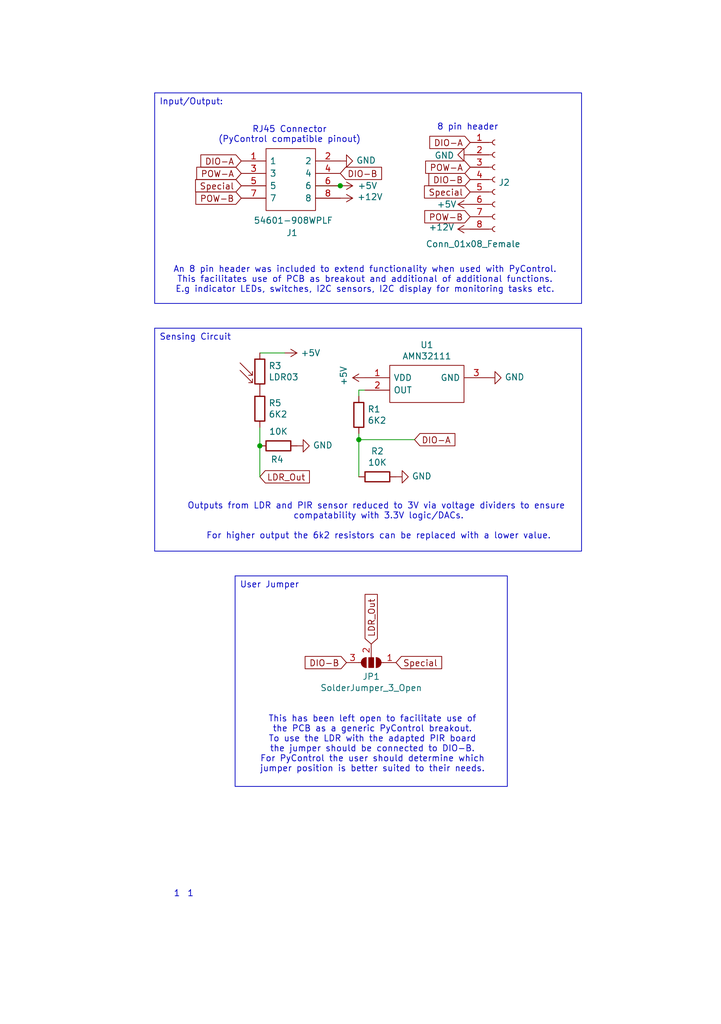
<source format=kicad_sch>
(kicad_sch (version 20231120) (generator "eeschema") (generator_version "8.0")
  (paper "A5" portrait)
  (title_block (title "PIR Sensor Board / PyControl Interface Board") (date "2024-06-29") (rev "1.0") (company "University of Bristol") (comment 1 "Adapted by: Daniel Titheradge") (comment 2 "Wellcome Open Res. 2016 Nov 15;1:2. doi: 10.12688/wellcomeopenres.9892.2.") (comment 3 "COMPASS: Continuous Open Mouse Phenotyping of Activity and Sleep Status. ") (comment 4 "Adapted from Brown LA, Hasan S, Foster RG, Peirson SN. "))
  (lib_symbols
    (symbol "Device:R" (pin_numbers hide) (pin_names (offset 0))
      (property "Reference" "R" (at 2.032 0 90))
      (property "Value" "R" (at 0 0 90))
      (symbol "R_0_1"
        (rectangle (start -1.016 -2.54) (end 1.016 2.54) (stroke (width 0.254)))
      )
      (symbol "R_1_1"
        (pin passive line (at 0 3.81 270) (length 1.27) (name "~") (number "1"))
        (pin passive line (at 0 -3.81 90) (length 1.27) (name "~") (number "2"))
      )
    )
    (symbol "PIR_Board-rescue:+12V-power" (power) (pin_names (offset 0))
      (property "Value" "power_+12V" (at 0 3.556 0))
      (symbol "+12V-power_0_1"
        (polyline (pts (xy -0.762 1.27) (xy 0 2.54)))
        (polyline (pts (xy 0 0) (xy 0 2.54)))
        (polyline (pts (xy 0 2.54) (xy 0.762 1.27)))
      )
      (symbol "+12V-power_1_1"
        (pin power_in line (at 0 0 90) (length 0) hide (name "+12V") (number "1"))
      )
    )
    (symbol "PIR_Board-rescue:+5V-power" (power) (pin_names (offset 0))
      (property "Value" "power_+5V" (at 0 3.556 0))
      (symbol "+5V-power_0_1"
        (polyline (pts (xy -0.762 1.27) (xy 0 2.54)))
        (polyline (pts (xy 0 0) (xy 0 2.54)))
        (polyline (pts (xy 0 2.54) (xy 0.762 1.27)))
      )
      (symbol "+5V-power_1_1"
        (pin power_in line (at 0 0 90) (length 0) hide (name "+5V") (number "1"))
      )
    )
    (symbol "PIR_Board-rescue:54601-908WPLF-SamacSys_Parts" (pin_names (offset 0.762))
      (property "Reference" "J" (at 16.51 7.62 0))
      (property "Value" "SamacSys_Parts_54601-908WPLF" (at 16.51 5.08 0))
      (symbol "54601-908WPLF-SamacSys_Parts_0_0"
        (pin passive line (at 0 0 0) (length 5.08) (name "1") (number "1"))
        (pin passive line (at 20.32 0 180) (length 5.08) (name "2") (number "2"))
        (pin passive line (at 0 -2.54 0) (length 5.08) (name "3") (number "3"))
        (pin passive line (at 20.32 -2.54 180) (length 5.08) (name "4") (number "4"))
        (pin passive line (at 0 -5.08 0) (length 5.08) (name "5") (number "5"))
        (pin passive line (at 20.32 -5.08 180) (length 5.08) (name "6") (number "6"))
        (pin passive line (at 0 -7.62 0) (length 5.08) (name "7") (number "7"))
        (pin passive line (at 20.32 -7.62 180) (length 5.08) (name "8") (number "8"))
      )
      (symbol "54601-908WPLF-SamacSys_Parts_0_1"
        (polyline (pts (xy 5.08 2.54) (xy 15.24 2.54) (xy 15.24 -10.16) (xy 5.08 -10.16) (xy 5.08 2.54)) (stroke (width 0.1524)))
      )
    )
    (symbol "PIR_Board-rescue:AMN32111-SamacSys_Parts" (pin_names (offset 0.762))
      (property "Reference" "U" (at 21.59 7.62 0))
      (property "Value" "SamacSys_Parts_AMN32111" (at 21.59 5.08 0))
      (symbol "AMN32111-SamacSys_Parts_0_0"
        (pin passive line (at 0 0 0) (length 5.08) (name "VDD") (number "1"))
        (pin passive line (at 0 -2.54 0) (length 5.08) (name "OUT") (number "2"))
        (pin passive line (at 25.4 0 180) (length 5.08) (name "GND") (number "3"))
      )
      (symbol "AMN32111-SamacSys_Parts_0_1"
        (polyline (pts (xy 5.08 2.54) (xy 20.32 2.54) (xy 20.32 -5.08) (xy 5.08 -5.08) (xy 5.08 2.54)) (stroke (width 0.1524)))
      )
    )
    (symbol "PIR_Board-rescue:Conn_01x08_Female-Connector" (pin_names (offset 1.016) hide)
      (property "Reference" "J" (at 0 10.16 0))
      (property "Value" "Connector_Conn_01x08_Female" (at 0 -12.7 0))
      (symbol "Conn_01x08_Female-Connector_1_1"
        (arc (start 0 -9.652) (mid -0.508 -10.16) (end 0 -10.668) (stroke (width 0.1524)))
        (arc (start 0 -7.112) (mid -0.508 -7.62) (end 0 -8.128) (stroke (width 0.1524)))
        (arc (start 0 -4.572) (mid -0.508 -5.08) (end 0 -5.588) (stroke (width 0.1524)))
        (arc (start 0 -2.032) (mid -0.508 -2.54) (end 0 -3.048) (stroke (width 0.1524)))
        (polyline (pts (xy -1.27 -10.16) (xy -0.508 -10.16)) (stroke (width 0.1524)))
        (polyline (pts (xy -1.27 -7.62) (xy -0.508 -7.62)) (stroke (width 0.1524)))
        (polyline (pts (xy -1.27 -5.08) (xy -0.508 -5.08)) (stroke (width 0.1524)))
        (polyline (pts (xy -1.27 -2.54) (xy -0.508 -2.54)) (stroke (width 0.1524)))
        (polyline (pts (xy -1.27 0) (xy -0.508 0)) (stroke (width 0.1524)))
        (polyline (pts (xy -1.27 2.54) (xy -0.508 2.54)) (stroke (width 0.1524)))
        (polyline (pts (xy -1.27 5.08) (xy -0.508 5.08)) (stroke (width 0.1524)))
        (polyline (pts (xy -1.27 7.62) (xy -0.508 7.62)) (stroke (width 0.1524)))
        (arc (start 0 0.508) (mid -0.508 0) (end 0 -0.508) (stroke (width 0.1524)))
        (arc (start 0 3.048) (mid -0.508 2.54) (end 0 2.032) (stroke (width 0.1524)))
        (arc (start 0 5.588) (mid -0.508 5.08) (end 0 4.572) (stroke (width 0.1524)))
        (arc (start 0 8.128) (mid -0.508 7.62) (end 0 7.112) (stroke (width 0.1524)))
        (pin passive line (at -5.08 7.62 0) (length 3.81) (name "Pin_1") (number "1"))
        (pin passive line (at -5.08 5.08 0) (length 3.81) (name "Pin_2") (number "2"))
        (pin passive line (at -5.08 2.54 0) (length 3.81) (name "Pin_3") (number "3"))
        (pin passive line (at -5.08 0 0) (length 3.81) (name "Pin_4") (number "4"))
        (pin passive line (at -5.08 -2.54 0) (length 3.81) (name "Pin_5") (number "5"))
        (pin passive line (at -5.08 -5.08 0) (length 3.81) (name "Pin_6") (number "6"))
        (pin passive line (at -5.08 -7.62 0) (length 3.81) (name "Pin_7") (number "7"))
        (pin passive line (at -5.08 -10.16 0) (length 3.81) (name "Pin_8") (number "8"))
      )
    )
    (symbol "PIR_Board-rescue:GND-power" (power) (pin_names (offset 0))
      (property "Value" "power_GND" (at 0 -3.81 0))
      (symbol "GND-power_0_1"
        (polyline (pts (xy 0 0) (xy 0 -1.27) (xy 1.27 -1.27) (xy 0 -2.54) (xy -1.27 -1.27) (xy 0 -1.27)))
      )
      (symbol "GND-power_1_1"
        (pin power_in line (at 0 0 270) (length 0) hide (name "GND") (number "1"))
      )
    )
    (symbol "PIR_Board-rescue:SolderJumper_3_Open-Jumper" (pin_names (offset 0) hide)
      (property "Reference" "JP" (at -2.54 -2.54 0))
      (property "Value" "Jumper_SolderJumper_3_Open" (at 0 2.794 0))
      (symbol "SolderJumper_3_Open-Jumper_0_1"
        (arc (start -1.016 1.016) (mid -2.032 0) (end -1.016 -1.016))
        (arc (start -1.016 1.016) (mid -2.032 0) (end -1.016 -1.016) (fill (type outline)))
        (rectangle (start -0.508 1.016) (end 0.508 -1.016) (fill (type outline)))
        (polyline (pts (xy -2.54 0) (xy -2.032 0)))
        (polyline (pts (xy -1.016 1.016) (xy -1.016 -1.016)))
        (polyline (pts (xy 0 -1.27) (xy 0 -1.016)))
        (polyline (pts (xy 1.016 1.016) (xy 1.016 -1.016)))
        (polyline (pts (xy 2.54 0) (xy 2.032 0)))
        (arc (start 1.016 -1.016) (mid 2.032 0) (end 1.016 1.016))
        (arc (start 1.016 -1.016) (mid 2.032 0) (end 1.016 1.016) (fill (type outline)))
      )
      (symbol "SolderJumper_3_Open-Jumper_1_1"
        (pin passive line (at -5.08 0 0) (length 2.54) (name "A") (number "1"))
        (pin input line (at 0 -3.81 90) (length 2.54) (name "C") (number "2"))
        (pin passive line (at 5.08 0 180) (length 2.54) (name "B") (number "3"))
      )
    )
    (symbol "Sensor_Optical:LDR03" (pin_numbers hide) (pin_names (offset 0))
      (property "Reference" "R" (at -5.08 0 90))
      (property "Value" "LDR03" (at 1.905 0 90))
      (symbol "LDR03_0_1"
        (rectangle (start -1.016 2.54) (end 1.016 -2.54) (stroke (width 0.254)))
        (polyline (pts (xy -1.524 -2.286) (xy -4.064 0.254)))
        (polyline (pts (xy -1.524 -2.286) (xy -2.286 -2.286)))
        (polyline (pts (xy -1.524 -2.286) (xy -1.524 -1.524)))
        (polyline (pts (xy -1.524 -0.762) (xy -4.064 1.778)))
        (polyline (pts (xy -1.524 -0.762) (xy -2.286 -0.762)))
        (polyline (pts (xy -1.524 -0.762) (xy -1.524 0)))
      )
      (symbol "LDR03_1_1"
        (pin passive line (at 0 3.81 270) (length 1.27) (name "~") (number "1"))
        (pin passive line (at 0 -3.81 90) (length 1.27) (name "~") (number "2"))
      )
    )
  )
  (junction (at 69.85 38.1))
  (junction (at 53.34 91.44))
  (junction (at 73.66 90.17))
  (wire (pts (xy 53.34 72.39) (xy 58.42 72.39)))
  (wire (pts (xy 73.66 88.9) (xy 73.66 90.17)))
  (wire (pts (xy 53.34 91.44) (xy 53.34 97.79)))
  (wire (pts (xy 64.77 38.1) (xy 69.85 38.1)))
  (wire (pts (xy 73.66 90.17) (xy 85.09 90.17)))
  (wire (pts (xy 74.93 80.01) (xy 73.66 80.01)))
  (wire (pts (xy 73.66 80.01) (xy 73.66 81.28)))
  (wire (pts (xy 73.66 90.17) (xy 73.66 97.79)))
  (wire (pts (xy 53.34 91.44) (xy 53.34 87.63)))
  (text_box "Sensing Circuit\n" (at 31.75 67.31 0) (size 87.63 45.72) (effects (font (size 1.27 1.27)) (justify left top)))
  (text_box "Input/Output:" (at 31.75 19.05 0) (size 87.63 43.18) (effects (font (size 1.27 1.27)) (justify left top)))
  (text_box "User Jumper" (at 48.26 118.11 0) (size 55.88 43.18) (effects (font (size 1.27 1.27)) (justify left top)))
  (text "An 8 pin header was included to extend functionality when used with PyControl.\nThis facilitates use of PCB as breakout and additional of additional functions.\nE.g indicator LEDs, switches, I2C sensors, I2C display for monitoring tasks etc." (at 74.93 57.404 0) (effects (font (size 1.27 1.27))))
  (text "Outputs from LDR and PIR sensor reduced to 3V via voltage dividers to ensure \ncompatability with 3.3V logic/DACs.\n\nFor higher output the 6k2 resistors can be replaced with a lower value." (at 77.724 106.934 0) (effects (font (size 1.27 1.27))))
  (text "This has been left open to facilitate use of\nthe PCB as a generic PyControl breakout.\nTo use the LDR with the adapted PIR board\nthe jumper should be connected to DIO-B.\nFor PyControl the user should determine which\njumper position is better suited to their needs." (at 76.454 152.654 0) (effects (font (size 1.27 1.27))))
  (text "1" (at 39.116 183.388 0) (effects (font (size 1.27 1.27))))
  (text "1" (at 36.322 183.388 0) (effects (font (size 1.27 1.27))))
  (text "RJ45 Connector\n(PyControl compatible pinout)" (at 59.436 27.686 0) (effects (font (size 1.27 1.27))))
  (text "8 pin header" (at 96.012 26.162 0) (effects (font (size 1.27 1.27))))
  (global_label "LDR_Out" (shape input) (at 76.2 132.08 90) (property "Intersheetrefs" "${INTERSHEET_REFS}" (effects (hide yes))))
  (global_label "DIO-A" (shape input) (at 85.09 90.17 0) (property "Intersheetrefs" "${INTERSHEET_REFS}" (effects (hide yes))))
  (global_label "Special" (shape input) (at 96.52 39.37 180) (property "Intersheetrefs" "${INTERSHEET_REFS}" (effects (hide yes))))
  (global_label "DIO-A" (shape input) (at 96.52 29.21 180) (property "Intersheetrefs" "${INTERSHEET_REFS}" (effects (hide yes))))
  (global_label "DIO-A" (shape input) (at 49.53 33.02 180) (property "Intersheetrefs" "${INTERSHEET_REFS}" (effects (hide yes))))
  (global_label "POW-B" (shape input) (at 96.52 44.45 180) (property "Intersheetrefs" "${INTERSHEET_REFS}" (effects (hide yes))))
  (global_label "Special" (shape input) (at 81.28 135.89 0) (property "Intersheetrefs" "${INTERSHEET_REFS}" (effects (hide yes))))
  (global_label "POW-B" (shape input) (at 49.53 40.64 180) (property "Intersheetrefs" "${INTERSHEET_REFS}" (effects (hide yes))))
  (global_label "POW-A" (shape input) (at 49.53 35.56 180) (property "Intersheetrefs" "${INTERSHEET_REFS}" (effects (hide yes))))
  (global_label "Special" (shape input) (at 49.53 38.1 180) (property "Intersheetrefs" "${INTERSHEET_REFS}" (effects (hide yes))))
  (global_label "DIO-B" (shape input) (at 69.85 35.56 0) (property "Intersheetrefs" "${INTERSHEET_REFS}" (effects (hide yes))))
  (global_label "LDR_Out" (shape input) (at 53.34 97.79 0) (property "Intersheetrefs" "${INTERSHEET_REFS}" (effects (hide yes))))
  (global_label "DIO-B" (shape input) (at 71.12 135.89 180) (property "Intersheetrefs" "${INTERSHEET_REFS}" (effects (hide yes))))
  (global_label "DIO-B" (shape input) (at 96.52 36.83 180) (property "Intersheetrefs" "${INTERSHEET_REFS}" (effects (hide yes))))
  (global_label "POW-A" (shape input) (at 96.52 34.29 180) (property "Intersheetrefs" "${INTERSHEET_REFS}" (effects (hide yes))))
  (symbol (lib_id "Sensor_Optical:LDR03") (at 53.34 76.2 0) (unit 1)
    (property "Reference" "R3" (at 55.118 75.0316 0) (effects (justify left)))
    (property "Value" "LDR03" (at 55.118 77.343 0) (effects (justify left)))
    (property "Footprint" "Connector_PinSocket_2.54mm:PinSocket_1x02_P2.54mm_Vertical" (effects (hide yes)))
    (property "Datasheet" "http://www.elektronica-componenten.nl/WebRoot/StoreNL/Shops/61422969/54F1/BA0C/C664/31B9/2173/C0A8/2AB9/2AEF/LDR03IMP.pdf" (effects (hide yes)))
  )
  (symbol (lib_id "Device:R") (at 73.66 85.09 0) (unit 1)
    (property "Reference" "R1" (at 75.438 83.9216 0) (effects (justify left)))
    (property "Value" "6K2" (at 75.438 86.233 0) (effects (justify left)))
    (property "Footprint" "Resistor_SMD:R_1206_3216Metric_Pad1.42x1.75mm_HandSolder" (effects (hide yes)))
  )
  (symbol (lib_id "Device:R") (at 57.15 91.44 90) (unit 1)
    (property "Reference" "R4" (at 56.896 94.234 90))
    (property "Value" "10K" (at 57.15 88.4936 90))
    (property "Footprint" "Resistor_SMD:R_1206_3216Metric_Pad1.42x1.75mm_HandSolder" (effects (hide yes)))
  )
  (symbol (lib_id "PIR_Board-rescue:AMN32111-SamacSys_Parts") (at 74.93 77.47 0) (unit 1)
    (property "Reference" "U1" (at 87.63 70.739 0))
    (property "Value" "AMN32111" (at 87.63 73.0504 0))
    (property "Footprint" "AMN33111" (effects (hide yes)))
    (property "Datasheet" "https://datasheet.datasheetarchive.com/originals/distributors/SFDatasheet-4/sf-00084015.pdf" (effects (hide yes)))
    (property "Description" "Board Mount Motion & Position Sensors Motion Sensor" (effects (hide yes)))
    (property "Height" "15.1" (effects (hide yes)))
    (property "Mouser Part Number" "769-AMN32111" (effects (hide yes)))
    (property "Mouser Price/Stock" "https://www.mouser.co.uk/ProductDetail/Panasonic-Industrial-Devices/AMN32111?qs=sEN%2FkO1EG6bJ5oBrD44pvw%3D%3D" (effects (hide yes)))
    (property "Manufacturer_Name" "Panasonic" (effects (hide yes)))
    (property "Manufacturer_Part_Number" "AMN32111" (effects (hide yes)))
  )
  (symbol (lib_id "PIR_Board-rescue:54601-908WPLF-SamacSys_Parts") (at 49.53 33.02 0) (unit 1)
    (property "Reference" "J1" (at 59.944 47.752 0))
    (property "Value" "54601-908WPLF" (at 60.198 45.212 0))
    (property "Footprint" "54601908WPLF" (effects (hide yes)))
    (property "Datasheet" "https://cdn.amphenol-cs.com/media/wysiwyg/files/drawing/c-bmj-0051.pdf" (effects (hide yes)))
    (property "Description" "Modular Jack, Input Output Connectors, Cat 3 Single Modular Jack, Horizontal, Board Through Mount, 8P8C, 1 Port" (effects (hide yes)))
    (property "Height" "11.6" (effects (hide yes)))
    (property "Mouser Part Number" "649-54601-908WPLF" (effects (hide yes)))
    (property "Mouser Price/Stock" "https://www.mouser.co.uk/ProductDetail/Amphenol-FCI/54601-908WPLF?qs=qTvDKjXWcTdyclvY7Dw5%2FA%3D%3D" (effects (hide yes)))
    (property "Manufacturer_Name" "Amphenol Communication Solutions" (effects (hide yes)))
    (property "Manufacturer_Part_Number" "54601-908WPLF" (effects (hide yes)))
  )
  (symbol (lib_id "PIR_Board-rescue:GND-power") (at 69.85 33.02 90) (unit 1)
    (property "Reference" "#PWR0101" (effects (hide yes)))
    (property "Value" "GND" (at 73.1012 32.893 90) (effects (justify right)))
  )
  (symbol (lib_id "PIR_Board-rescue:GND-power") (at 100.33 77.47 90) (unit 1)
    (property "Reference" "#PWR0102" (effects (hide yes)))
    (property "Value" "GND" (at 103.5812 77.343 90) (effects (justify right)))
  )
  (symbol (lib_id "PIR_Board-rescue:+5V-power") (at 58.42 72.39 270) (unit 1)
    (property "Reference" "#PWR0103" (effects (hide yes)))
    (property "Value" "+5V" (at 63.754 72.39 90))
  )
  (symbol (lib_id "PIR_Board-rescue:GND-power") (at 60.96 91.44 90) (unit 1)
    (property "Reference" "#PWR0104" (effects (hide yes)))
    (property "Value" "GND" (at 64.2112 91.313 90) (effects (justify right)))
  )
  (symbol (lib_id "PIR_Board-rescue:+5V-power") (at 69.85 38.1 270) (unit 1)
    (property "Reference" "#PWR0105" (effects (hide yes)))
    (property "Value" "+5V" (at 75.438 38.1 90))
  )
  (symbol (lib_id "PIR_Board-rescue:+5V-power") (at 74.93 77.47 90) (unit 1)
    (property "Reference" "#PWR0106" (effects (hide yes)))
    (property "Value" "+5V" (at 70.5358 77.089 0))
  )
  (symbol (lib_id "PIR_Board-rescue:+12V-power") (at 69.85 40.64 270) (unit 1)
    (property "Reference" "#PWR0107" (effects (hide yes)))
    (property "Value" "+12V" (at 75.946 40.386 90))
  )
  (symbol (lib_id "Device:R") (at 77.47 97.79 90) (unit 1)
    (property "Reference" "R2" (at 77.47 92.5322 90))
    (property "Value" "10K" (at 77.47 94.8436 90))
    (property "Footprint" "Resistor_SMD:R_1206_3216Metric_Pad1.42x1.75mm_HandSolder" (effects (hide yes)))
  )
  (symbol (lib_id "PIR_Board-rescue:GND-power") (at 81.28 97.79 90) (unit 1)
    (property "Reference" "#PWR0108" (effects (hide yes)))
    (property "Value" "GND" (at 84.5312 97.663 90) (effects (justify right)))
  )
  (symbol (lib_id "PIR_Board-rescue:SolderJumper_3_Open-Jumper") (at 76.2 135.89 180) (unit 1)
    (property "Reference" "JP1" (at 76.2 138.7602 0))
    (property "Value" "SolderJumper_3_Open" (at 76.2 141.0716 0))
    (property "Footprint" "Jumper:SolderJumper-3_P1.3mm_Open_RoundedPad1.0x1.5mm_NumberLabels" (effects (hide yes)))
  )
  (symbol (lib_id "PIR_Board-rescue:+5V-power") (at 96.52 41.91 90) (unit 1)
    (property "Reference" "#PWR0109" (effects (hide yes)))
    (property "Value" "+5V" (at 91.694 41.91 90))
  )
  (symbol (lib_id "PIR_Board-rescue:+12V-power") (at 96.52 46.99 90) (unit 1)
    (property "Reference" "#PWR0110" (effects (hide yes)))
    (property "Value" "+12V" (at 93.2688 46.609 90) (effects (justify left)))
  )
  (symbol (lib_id "PIR_Board-rescue:Conn_01x08_Female-Connector") (at 101.6 36.83 0) (unit 1)
    (property "Reference" "J2" (at 102.3112 37.4396 0) (effects (justify left)))
    (property "Value" "Conn_01x08_Female" (at 87.376 50.038 0) (effects (justify left)))
    (property "Footprint" "Connector_PinSocket_2.54mm:PinSocket_1x08_P2.54mm_Vertical" (effects (hide yes)))
  )
  (symbol (lib_id "PIR_Board-rescue:GND-power") (at 96.52 31.75 270) (unit 1)
    (property "Reference" "#PWR0111" (effects (hide yes)))
    (property "Value" "GND" (at 93.2688 31.877 90) (effects (justify right)))
  )
  (symbol (lib_id "Device:R") (at 53.34 83.82 0) (unit 1)
    (property "Reference" "R5" (at 55.118 82.6516 0) (effects (justify left)))
    (property "Value" "6K2" (at 55.118 84.963 0) (effects (justify left)))
    (property "Footprint" "Resistor_SMD:R_1206_3216Metric_Pad1.42x1.75mm_HandSolder" (effects (hide yes)))
  )
)
</source>
